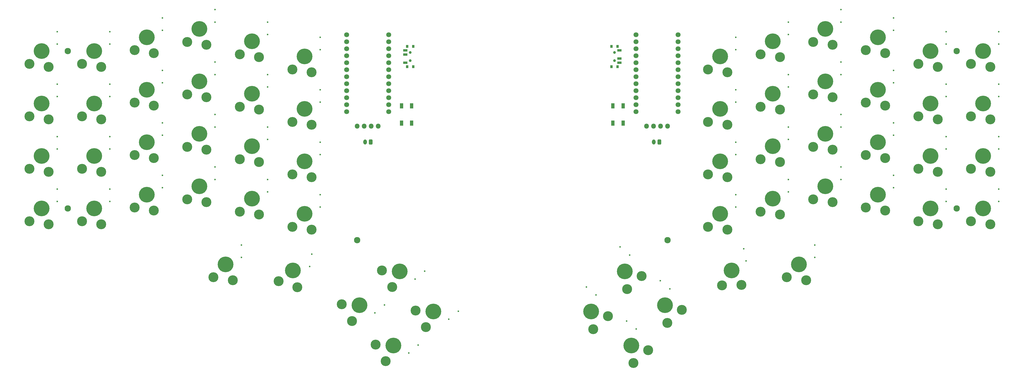
<source format=gbr>
%TF.GenerationSoftware,KiCad,Pcbnew,8.0.2-1.fc40*%
%TF.CreationDate,2024-06-26T22:38:01-04:00*%
%TF.ProjectId,BatBoard,42617442-6f61-4726-942e-6b696361645f,v1.0.0*%
%TF.SameCoordinates,Original*%
%TF.FileFunction,Soldermask,Top*%
%TF.FilePolarity,Negative*%
%FSLAX46Y46*%
G04 Gerber Fmt 4.6, Leading zero omitted, Abs format (unit mm)*
G04 Created by KiCad (PCBNEW 8.0.2-1.fc40) date 2024-06-26 22:38:01*
%MOMM*%
%LPD*%
G01*
G04 APERTURE LIST*
G04 Aperture macros list*
%AMRoundRect*
0 Rectangle with rounded corners*
0 $1 Rounding radius*
0 $2 $3 $4 $5 $6 $7 $8 $9 X,Y pos of 4 corners*
0 Add a 4 corners polygon primitive as box body*
4,1,4,$2,$3,$4,$5,$6,$7,$8,$9,$2,$3,0*
0 Add four circle primitives for the rounded corners*
1,1,$1+$1,$2,$3*
1,1,$1+$1,$4,$5*
1,1,$1+$1,$6,$7*
1,1,$1+$1,$8,$9*
0 Add four rect primitives between the rounded corners*
20,1,$1+$1,$2,$3,$4,$5,0*
20,1,$1+$1,$4,$5,$6,$7,0*
20,1,$1+$1,$6,$7,$8,$9,0*
20,1,$1+$1,$8,$9,$2,$3,0*%
G04 Aperture macros list end*
%ADD10C,1.800000*%
%ADD11RoundRect,0.050000X0.550000X-0.900000X0.550000X0.900000X-0.550000X0.900000X-0.550000X-0.900000X0*%
%ADD12RoundRect,0.050000X0.400000X-0.500000X0.400000X0.500000X-0.400000X0.500000X-0.400000X-0.500000X0*%
%ADD13C,1.000000*%
%ADD14RoundRect,0.050000X0.750000X-0.350000X0.750000X0.350000X-0.750000X0.350000X-0.750000X-0.350000X0*%
%ADD15C,2.300000*%
%ADD16O,1.800000X1.800000*%
%ADD17RoundRect,0.050000X-0.550000X0.900000X-0.550000X-0.900000X0.550000X-0.900000X0.550000X0.900000X0*%
%ADD18RoundRect,0.050000X-0.400000X0.500000X-0.400000X-0.500000X0.400000X-0.500000X0.400000X0.500000X0*%
%ADD19RoundRect,0.050000X-0.750000X0.350000X-0.750000X-0.350000X0.750000X-0.350000X0.750000X0.350000X0*%
%ADD20C,5.700000*%
%ADD21C,3.600000*%
%ADD22C,0.600000*%
%ADD23RoundRect,0.260000X-0.390000X-0.665000X0.390000X-0.665000X0.390000X0.665000X-0.390000X0.665000X0*%
%ADD24O,1.300000X1.850000*%
G04 APERTURE END LIST*
D10*
%TO.C,MCU2*%
X280580637Y-111912500D03*
X280580637Y-114452500D03*
X280580637Y-116992500D03*
X280580637Y-119532500D03*
X280580637Y-122072500D03*
X280580637Y-124612500D03*
X280580637Y-127152500D03*
X280580637Y-129692500D03*
X280580637Y-132232500D03*
X280580637Y-134772500D03*
X280580637Y-137312500D03*
X280580637Y-139852500D03*
X265340637Y-139852500D03*
X265340637Y-137312500D03*
X265340637Y-134772500D03*
X265340637Y-132232500D03*
X265340637Y-129692500D03*
X265340637Y-127152500D03*
X265340637Y-124612500D03*
X265340637Y-122072500D03*
X265340637Y-119532500D03*
X265340637Y-116992500D03*
X265340637Y-114452500D03*
X265340637Y-111912500D03*
%TD*%
%TO.C,MCU1*%
X175730000Y-111912500D03*
X175730000Y-114452500D03*
X175730000Y-116992500D03*
X175730000Y-119532500D03*
X175730000Y-122072500D03*
X175730000Y-124612500D03*
X175730000Y-127152500D03*
X175730000Y-129692500D03*
X175730000Y-132232500D03*
X175730000Y-134772500D03*
X175730000Y-137312500D03*
X175730000Y-139852500D03*
X160490000Y-139852500D03*
X160490000Y-137312500D03*
X160490000Y-134772500D03*
X160490000Y-132232500D03*
X160490000Y-129692500D03*
X160490000Y-127152500D03*
X160490000Y-124612500D03*
X160490000Y-122072500D03*
X160490000Y-119532500D03*
X160490000Y-116992500D03*
X160490000Y-114452500D03*
X160490000Y-111912500D03*
%TD*%
D11*
%TO.C,B1*%
X180400000Y-144000000D03*
X180400000Y-137800000D03*
X184100000Y-144000000D03*
X184100000Y-137800000D03*
%TD*%
D12*
%TO.C,PWR1*%
X182415000Y-116200000D03*
X182415000Y-123500000D03*
D13*
X183525000Y-118350000D03*
X183525000Y-121350000D03*
D12*
X184625000Y-116200000D03*
X184625000Y-123500000D03*
D14*
X181765000Y-122100000D03*
X181765000Y-119100000D03*
X181765000Y-117600000D03*
%TD*%
D15*
%TO.C,MH6*%
X381545637Y-175000000D03*
%TD*%
%TO.C,MH1*%
X164300000Y-186525000D03*
%TD*%
D16*
%TO.C,DISP2*%
X269150637Y-145122500D03*
X271690637Y-145122500D03*
X274230637Y-145122500D03*
X276770637Y-145122500D03*
%TD*%
D15*
%TO.C,MH2*%
X59525000Y-117850000D03*
%TD*%
%TO.C,MH4*%
X276770637Y-186525000D03*
%TD*%
%TO.C,MH3*%
X59525000Y-175000000D03*
%TD*%
D17*
%TO.C,B2*%
X260670637Y-137800000D03*
X260670637Y-144000000D03*
X256970637Y-137800000D03*
X256970637Y-144000000D03*
%TD*%
D15*
%TO.C,MH5*%
X381545637Y-117850000D03*
%TD*%
D18*
%TO.C,PWR2*%
X258655637Y-123500000D03*
X258655637Y-116200000D03*
D13*
X257545637Y-121350000D03*
X257545637Y-118350000D03*
D18*
X256445637Y-123500000D03*
X256445637Y-116200000D03*
D19*
X259305637Y-117600000D03*
X259305637Y-120600000D03*
X259305637Y-122100000D03*
%TD*%
D16*
%TO.C,DISP1*%
X164300000Y-145122500D03*
X166840000Y-145122500D03*
X169380000Y-145122500D03*
X171920000Y-145122500D03*
%TD*%
D20*
%TO.C,S52*%
X295820637Y-157950000D03*
D21*
X291420637Y-162650000D03*
X298420637Y-163700000D03*
%TD*%
D22*
%TO.C,D53*%
X301535637Y-131887500D03*
X301535637Y-136387500D03*
%TD*%
D20*
%TO.C,S17*%
X126200000Y-171500000D03*
D21*
X121800000Y-176200000D03*
X128800000Y-177250000D03*
%TD*%
D20*
%TO.C,S20*%
X126200000Y-114350000D03*
D21*
X121800000Y-119050000D03*
X128800000Y-120100000D03*
%TD*%
D20*
%TO.C,S53*%
X295820637Y-138900000D03*
D21*
X291420637Y-143600000D03*
X298420637Y-144650000D03*
%TD*%
D22*
%TO.C,D24*%
X150965000Y-112837500D03*
X150965000Y-117337500D03*
%TD*%
D20*
%TO.C,S34*%
X391070637Y-117850000D03*
D21*
X386670637Y-122550000D03*
X393670637Y-123600000D03*
%TD*%
D20*
%TO.C,S19*%
X126200000Y-133400000D03*
D21*
X121800000Y-138100000D03*
X128800000Y-139150000D03*
%TD*%
D20*
%TO.C,S36*%
X372020637Y-155950000D03*
D21*
X367620637Y-160650000D03*
X374620637Y-161700000D03*
%TD*%
D20*
%TO.C,S47*%
X314870637Y-171500000D03*
D21*
X310470637Y-176200000D03*
X317470637Y-177250000D03*
%TD*%
D22*
%TO.C,D13*%
X112865000Y-159987500D03*
X112865000Y-164487500D03*
%TD*%
D20*
%TO.C,S33*%
X391070637Y-136900000D03*
D21*
X386670637Y-141600000D03*
X393670637Y-142650000D03*
%TD*%
D20*
%TO.C,S26*%
X141062713Y-197558035D03*
D21*
X135913410Y-201422579D03*
X142624736Y-203672165D03*
%TD*%
D20*
%TO.C,S14*%
X107150000Y-147950000D03*
D21*
X102750000Y-152650000D03*
X109750000Y-153700000D03*
%TD*%
D22*
%TO.C,D14*%
X112865000Y-140937500D03*
X112865000Y-145437500D03*
%TD*%
D20*
%TO.C,S29*%
X179747354Y-197903664D03*
D21*
X173318680Y-197554170D03*
X177013846Y-203591408D03*
%TD*%
D22*
%TO.C,D39*%
X358685637Y-162987500D03*
X358685637Y-167487500D03*
%TD*%
D20*
%TO.C,S4*%
X50000000Y-117850000D03*
D21*
X45600000Y-122550000D03*
X52600000Y-123600000D03*
%TD*%
D22*
%TO.C,D49*%
X320585637Y-126387500D03*
X320585637Y-130887500D03*
%TD*%
D20*
%TO.C,S22*%
X145250000Y-157950000D03*
D21*
X140850000Y-162650000D03*
X147850000Y-163700000D03*
%TD*%
D20*
%TO.C,S39*%
X352970637Y-170000000D03*
D21*
X348570637Y-174700000D03*
X355570637Y-175750000D03*
%TD*%
D20*
%TO.C,S23*%
X145250000Y-138900000D03*
D21*
X140850000Y-143600000D03*
X147850000Y-144650000D03*
%TD*%
D22*
%TO.C,D18*%
X131915000Y-145437500D03*
X131915000Y-149937500D03*
%TD*%
D20*
%TO.C,S7*%
X69050000Y-136900000D03*
D21*
X64650000Y-141600000D03*
X71650000Y-142650000D03*
%TD*%
D20*
%TO.C,S1*%
X50000000Y-175000000D03*
D21*
X45600000Y-179700000D03*
X52600000Y-180750000D03*
%TD*%
D22*
%TO.C,D19*%
X131915000Y-126387500D03*
X131915000Y-130887500D03*
%TD*%
D20*
%TO.C,S12*%
X88100000Y-112850000D03*
D21*
X83700000Y-117550000D03*
X90700000Y-118600000D03*
%TD*%
D20*
%TO.C,S54*%
X295820637Y-119850000D03*
D21*
X291420637Y-124550000D03*
X298420637Y-125600000D03*
%TD*%
D22*
%TO.C,D2*%
X55715000Y-148937500D03*
X55715000Y-153437500D03*
%TD*%
D20*
%TO.C,S28*%
X177431451Y-224780217D03*
D21*
X171002777Y-224430723D03*
X174697943Y-230467961D03*
%TD*%
D22*
%TO.C,D41*%
X358685637Y-124887500D03*
X358685637Y-129387500D03*
%TD*%
%TO.C,D1*%
X55715000Y-167987500D03*
X55715000Y-172487500D03*
%TD*%
%TO.C,D56*%
X304418393Y-189659673D03*
X305199809Y-194091305D03*
%TD*%
D20*
%TO.C,S49*%
X314870637Y-133400000D03*
D21*
X310470637Y-138100000D03*
X317470637Y-139150000D03*
%TD*%
D22*
%TO.C,D46*%
X339635637Y-102837500D03*
X339635637Y-107337500D03*
%TD*%
%TO.C,D58*%
X261940831Y-215894725D03*
X265388031Y-218787269D03*
%TD*%
D20*
%TO.C,S9*%
X88100000Y-170000000D03*
D21*
X83700000Y-174700000D03*
X90700000Y-175750000D03*
%TD*%
D22*
%TO.C,D34*%
X396785637Y-110837500D03*
X396785637Y-115337500D03*
%TD*%
%TO.C,D8*%
X74765000Y-110837500D03*
X74765000Y-115337500D03*
%TD*%
D20*
%TO.C,S5*%
X69050000Y-175000000D03*
D21*
X64650000Y-179700000D03*
X71650000Y-180750000D03*
%TD*%
D20*
%TO.C,S3*%
X50000000Y-136900000D03*
D21*
X45600000Y-141600000D03*
X52600000Y-142650000D03*
%TD*%
D22*
%TO.C,D44*%
X339635637Y-140937500D03*
X339635637Y-145437500D03*
%TD*%
%TO.C,D36*%
X377735637Y-148937500D03*
X377735637Y-153437500D03*
%TD*%
%TO.C,D23*%
X150965000Y-131887500D03*
X150965000Y-136387500D03*
%TD*%
D20*
%TO.C,S59*%
X261323283Y-197903664D03*
D21*
X262095426Y-204295361D03*
X267399286Y-199607977D03*
%TD*%
D22*
%TO.C,D55*%
X330110637Y-188300000D03*
X330110637Y-192800000D03*
%TD*%
%TO.C,D45*%
X339635637Y-121887500D03*
X339635637Y-126387500D03*
%TD*%
D20*
%TO.C,S44*%
X333920637Y-147950000D03*
D21*
X329520637Y-152650000D03*
X336520637Y-153700000D03*
%TD*%
D22*
%TO.C,D10*%
X93815000Y-143937500D03*
X93815000Y-148437500D03*
%TD*%
D20*
%TO.C,S31*%
X391070637Y-175000000D03*
D21*
X386670637Y-179700000D03*
X393670637Y-180750000D03*
%TD*%
D20*
%TO.C,S60*%
X249110319Y-212458508D03*
D21*
X249882462Y-218850205D03*
X255186322Y-214162821D03*
%TD*%
D20*
%TO.C,S50*%
X314870637Y-114350000D03*
D21*
X310470637Y-119050000D03*
X317470637Y-120100000D03*
%TD*%
D22*
%TO.C,D33*%
X396785637Y-129887500D03*
X396785637Y-134387500D03*
%TD*%
D20*
%TO.C,S41*%
X352970637Y-131900000D03*
D21*
X348570637Y-136600000D03*
X355570637Y-137650000D03*
%TD*%
D22*
%TO.C,D31*%
X396785637Y-167987500D03*
X396785637Y-172487500D03*
%TD*%
D20*
%TO.C,S15*%
X107150000Y-128900000D03*
D21*
X102750000Y-133600000D03*
X109750000Y-134650000D03*
%TD*%
D22*
%TO.C,D17*%
X131915000Y-164487500D03*
X131915000Y-168987500D03*
%TD*%
D20*
%TO.C,S21*%
X145250000Y-177000000D03*
D21*
X140850000Y-181700000D03*
X147850000Y-182750000D03*
%TD*%
D22*
%TO.C,D60*%
X247411963Y-203573016D03*
X250859163Y-206465560D03*
%TD*%
%TO.C,D3*%
X55715000Y-129887500D03*
X55715000Y-134387500D03*
%TD*%
D20*
%TO.C,S24*%
X145250000Y-119850000D03*
D21*
X140850000Y-124550000D03*
X147850000Y-125600000D03*
%TD*%
D22*
%TO.C,D27*%
X174231765Y-210057466D03*
X170784565Y-212950010D03*
%TD*%
D20*
%TO.C,S8*%
X69050000Y-117850000D03*
D21*
X64650000Y-122550000D03*
X71650000Y-123600000D03*
%TD*%
D20*
%TO.C,S2*%
X50000000Y-155950000D03*
D21*
X45600000Y-160650000D03*
X52600000Y-161700000D03*
%TD*%
D22*
%TO.C,D22*%
X150965000Y-150937500D03*
X150965000Y-155437500D03*
%TD*%
D20*
%TO.C,S51*%
X295820637Y-177000000D03*
D21*
X291420637Y-181700000D03*
X298420637Y-182750000D03*
%TD*%
D22*
%TO.C,D54*%
X301535637Y-112837500D03*
X301535637Y-117337500D03*
%TD*%
D20*
%TO.C,S16*%
X107150000Y-109850000D03*
D21*
X102750000Y-114550000D03*
X109750000Y-115600000D03*
%TD*%
D20*
%TO.C,S37*%
X372020637Y-136900000D03*
D21*
X367620637Y-141600000D03*
X374620637Y-142650000D03*
%TD*%
D20*
%TO.C,S18*%
X126200000Y-152450000D03*
D21*
X121800000Y-157150000D03*
X128800000Y-158200000D03*
%TD*%
D20*
%TO.C,S27*%
X165186347Y-210187070D03*
D21*
X158757673Y-209837576D03*
X162452839Y-215874814D03*
%TD*%
D22*
%TO.C,D37*%
X377735637Y-129887500D03*
X377735637Y-134387500D03*
%TD*%
D20*
%TO.C,S10*%
X88100000Y-150950000D03*
D21*
X83700000Y-155650000D03*
X90700000Y-156700000D03*
%TD*%
D22*
%TO.C,D7*%
X74765000Y-129887500D03*
X74765000Y-134387500D03*
%TD*%
%TO.C,D5*%
X74765000Y-167987500D03*
X74765000Y-172487500D03*
%TD*%
D20*
%TO.C,S6*%
X69050000Y-155950000D03*
D21*
X64650000Y-160650000D03*
X71650000Y-161700000D03*
%TD*%
D22*
%TO.C,D20*%
X131915000Y-107337500D03*
X131915000Y-111837500D03*
%TD*%
%TO.C,D4*%
X55715000Y-110837500D03*
X55715000Y-115337500D03*
%TD*%
D20*
%TO.C,S43*%
X333920637Y-167000000D03*
D21*
X329520637Y-171700000D03*
X336520637Y-172750000D03*
%TD*%
D20*
%TO.C,S56*%
X300007924Y-197558035D03*
D21*
X296490916Y-202950683D03*
X303566901Y-202769194D03*
%TD*%
D20*
%TO.C,S25*%
X116675000Y-195312500D03*
D21*
X112275000Y-200012500D03*
X119275000Y-201062500D03*
%TD*%
D22*
%TO.C,D6*%
X74765000Y-148937500D03*
X74765000Y-153437500D03*
%TD*%
%TO.C,D35*%
X377735637Y-167987500D03*
X377735637Y-172487500D03*
%TD*%
D20*
%TO.C,S30*%
X191960319Y-212458508D03*
D21*
X185531645Y-212109014D03*
X189226811Y-218146252D03*
%TD*%
D22*
%TO.C,D25*%
X122390000Y-188300000D03*
X122390000Y-192800000D03*
%TD*%
%TO.C,D11*%
X93815000Y-124887500D03*
X93815000Y-129387500D03*
%TD*%
D20*
%TO.C,S32*%
X391070637Y-155950000D03*
D21*
X386670637Y-160650000D03*
X393670637Y-161700000D03*
%TD*%
D22*
%TO.C,D12*%
X93815000Y-105837500D03*
X93815000Y-110337500D03*
%TD*%
D20*
%TO.C,S57*%
X275884290Y-210187070D03*
D21*
X276656433Y-216578767D03*
X281960293Y-211891383D03*
%TD*%
D22*
%TO.C,D29*%
X188792772Y-197774060D03*
X185345572Y-200666604D03*
%TD*%
%TO.C,D59*%
X259624928Y-189018172D03*
X263072128Y-191910716D03*
%TD*%
%TO.C,D30*%
X201005736Y-212328904D03*
X197558536Y-215221448D03*
%TD*%
%TO.C,D50*%
X320585637Y-107337500D03*
X320585637Y-111837500D03*
%TD*%
%TO.C,D38*%
X377735637Y-110837500D03*
X377735637Y-115337500D03*
%TD*%
D20*
%TO.C,S13*%
X107150000Y-167000000D03*
D21*
X102750000Y-171700000D03*
X109750000Y-172750000D03*
%TD*%
D22*
%TO.C,D40*%
X358685637Y-143937500D03*
X358685637Y-148437500D03*
%TD*%
D20*
%TO.C,S45*%
X333920637Y-128900000D03*
D21*
X329520637Y-133600000D03*
X336520637Y-134650000D03*
%TD*%
D22*
%TO.C,D28*%
X186476869Y-224650613D03*
X183029669Y-227543157D03*
%TD*%
%TO.C,D48*%
X320585637Y-145437500D03*
X320585637Y-149937500D03*
%TD*%
%TO.C,D47*%
X320585637Y-164487500D03*
X320585637Y-168987500D03*
%TD*%
%TO.C,D43*%
X339635637Y-159987500D03*
X339635637Y-164487500D03*
%TD*%
%TO.C,D52*%
X301535637Y-150937500D03*
X301535637Y-155437500D03*
%TD*%
D20*
%TO.C,S48*%
X314870637Y-152450000D03*
D21*
X310470637Y-157150000D03*
X317470637Y-158200000D03*
%TD*%
D22*
%TO.C,D32*%
X396785637Y-148937500D03*
X396785637Y-153437500D03*
%TD*%
D20*
%TO.C,S38*%
X372020637Y-117850000D03*
D21*
X367620637Y-122550000D03*
X374620637Y-123600000D03*
%TD*%
D22*
%TO.C,D26*%
X147908597Y-191644472D03*
X147127181Y-196076104D03*
%TD*%
D23*
%TO.C,JST2*%
X273820637Y-150850000D03*
D24*
X271820637Y-150850000D03*
%TD*%
D20*
%TO.C,S11*%
X88100000Y-131900000D03*
D21*
X83700000Y-136600000D03*
X90700000Y-137650000D03*
%TD*%
D22*
%TO.C,D15*%
X112865000Y-121887500D03*
X112865000Y-126387500D03*
%TD*%
%TO.C,D16*%
X112865000Y-102837500D03*
X112865000Y-107337500D03*
%TD*%
D20*
%TO.C,S42*%
X352970637Y-112850000D03*
D21*
X348570637Y-117550000D03*
X355570637Y-118600000D03*
%TD*%
D23*
%TO.C,JST1*%
X169250000Y-150850000D03*
D24*
X167250000Y-150850000D03*
%TD*%
D22*
%TO.C,D57*%
X274185935Y-201301578D03*
X277633135Y-204194122D03*
%TD*%
%TO.C,D21*%
X150965000Y-169987500D03*
X150965000Y-174487500D03*
%TD*%
D20*
%TO.C,S55*%
X324395637Y-195312500D03*
D21*
X319995637Y-200012500D03*
X326995637Y-201062500D03*
%TD*%
D22*
%TO.C,D51*%
X301535637Y-169987500D03*
X301535637Y-174487500D03*
%TD*%
D20*
%TO.C,S46*%
X333920637Y-109850000D03*
D21*
X329520637Y-114550000D03*
X336520637Y-115600000D03*
%TD*%
D22*
%TO.C,D42*%
X358685637Y-105837500D03*
X358685637Y-110337500D03*
%TD*%
D20*
%TO.C,S58*%
X263639186Y-224780217D03*
D21*
X264411329Y-231171914D03*
X269715189Y-226484530D03*
%TD*%
D20*
%TO.C,S40*%
X352970637Y-150950000D03*
D21*
X348570637Y-155650000D03*
X355570637Y-156700000D03*
%TD*%
D22*
%TO.C,D9*%
X93815000Y-162987500D03*
X93815000Y-167487500D03*
%TD*%
D20*
%TO.C,S35*%
X372020637Y-175000000D03*
D21*
X367620637Y-179700000D03*
X374620637Y-180750000D03*
%TD*%
M02*

</source>
